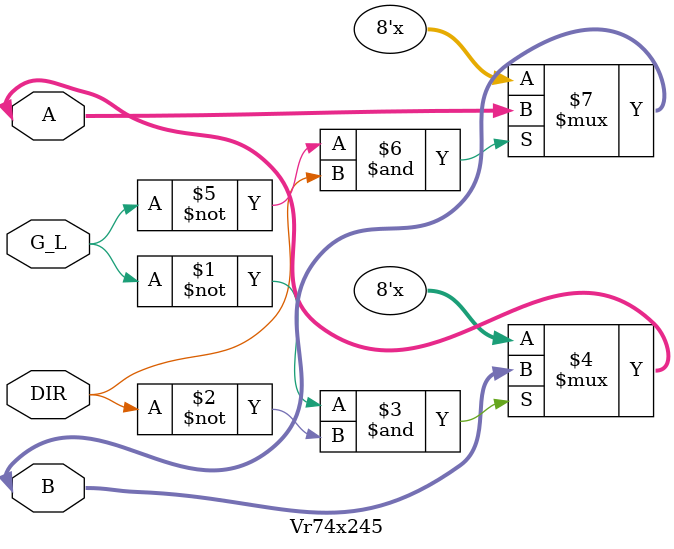
<source format=v>
module Vr74x245(G_L, DIR, A, B);
  input G_L, DIR;
  inout [1:8] A, B;

  assign A = (~G_L & ~DIR) ? B : 8'bz;
  assign B = (~G_L &  DIR) ? A : 8'bz;
endmodule
</source>
